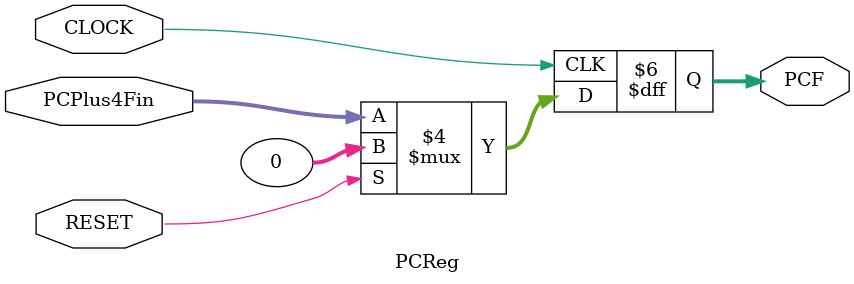
<source format=v>
`timescale 100fs/100fs
module PCReg(CLOCK,RESET,PCPlus4Fin,PCF);

input CLOCK,RESET;
input [31:0] PCPlus4Fin;
output reg [31:0] PCF;

always @(posedge CLOCK)
begin
    if(RESET!=1)
        PCF = PCPlus4Fin;
    else begin
        PCF <= 0;
    end
end

endmodule






</source>
